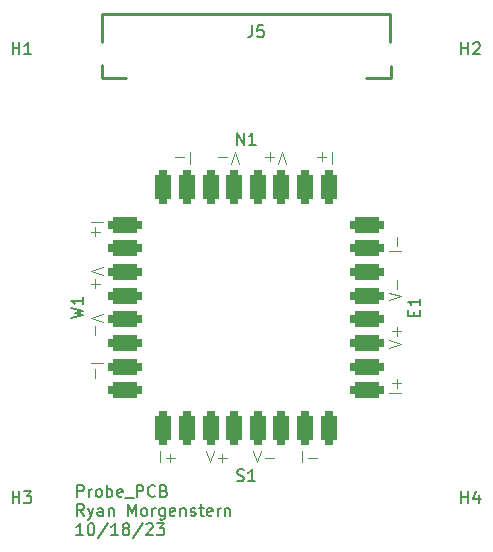
<source format=gbr>
%TF.GenerationSoftware,KiCad,Pcbnew,7.0.2*%
%TF.CreationDate,2023-10-18T16:01:08-06:00*%
%TF.ProjectId,LED_Probe_PCB,4c45445f-5072-46f6-9265-5f5043422e6b,rev?*%
%TF.SameCoordinates,Original*%
%TF.FileFunction,Legend,Top*%
%TF.FilePolarity,Positive*%
%FSLAX46Y46*%
G04 Gerber Fmt 4.6, Leading zero omitted, Abs format (unit mm)*
G04 Created by KiCad (PCBNEW 7.0.2) date 2023-10-18 16:01:08*
%MOMM*%
%LPD*%
G01*
G04 APERTURE LIST*
G04 Aperture macros list*
%AMRoundRect*
0 Rectangle with rounded corners*
0 $1 Rounding radius*
0 $2 $3 $4 $5 $6 $7 $8 $9 X,Y pos of 4 corners*
0 Add a 4 corners polygon primitive as box body*
4,1,4,$2,$3,$4,$5,$6,$7,$8,$9,$2,$3,0*
0 Add four circle primitives for the rounded corners*
1,1,$1+$1,$2,$3*
1,1,$1+$1,$4,$5*
1,1,$1+$1,$6,$7*
1,1,$1+$1,$8,$9*
0 Add four rect primitives between the rounded corners*
20,1,$1+$1,$2,$3,$4,$5,0*
20,1,$1+$1,$4,$5,$6,$7,0*
20,1,$1+$1,$6,$7,$8,$9,0*
20,1,$1+$1,$8,$9,$2,$3,0*%
G04 Aperture macros list end*
%ADD10C,0.150000*%
%ADD11C,0.100000*%
%ADD12C,0.254000*%
%ADD13C,3.800000*%
%ADD14RoundRect,0.400000X-0.300000X-1.000000X0.300000X-1.000000X0.300000X1.000000X-0.300000X1.000000X0*%
%ADD15RoundRect,0.400000X1.000000X-0.300000X1.000000X0.300000X-1.000000X0.300000X-1.000000X-0.300000X0*%
%ADD16RoundRect,0.400000X-1.000000X0.300000X-1.000000X-0.300000X1.000000X-0.300000X1.000000X0.300000X0*%
%ADD17RoundRect,0.400000X0.300000X1.000000X-0.300000X1.000000X-0.300000X-1.000000X0.300000X-1.000000X0*%
%ADD18R,0.300000X1.300000*%
%ADD19R,2.000000X1.600000*%
G04 APERTURE END LIST*
D10*
X-14311904Y-16037619D02*
X-14311904Y-15037619D01*
X-14311904Y-15037619D02*
X-13930952Y-15037619D01*
X-13930952Y-15037619D02*
X-13835714Y-15085238D01*
X-13835714Y-15085238D02*
X-13788095Y-15132857D01*
X-13788095Y-15132857D02*
X-13740476Y-15228095D01*
X-13740476Y-15228095D02*
X-13740476Y-15370952D01*
X-13740476Y-15370952D02*
X-13788095Y-15466190D01*
X-13788095Y-15466190D02*
X-13835714Y-15513809D01*
X-13835714Y-15513809D02*
X-13930952Y-15561428D01*
X-13930952Y-15561428D02*
X-14311904Y-15561428D01*
X-13311904Y-16037619D02*
X-13311904Y-15370952D01*
X-13311904Y-15561428D02*
X-13264285Y-15466190D01*
X-13264285Y-15466190D02*
X-13216666Y-15418571D01*
X-13216666Y-15418571D02*
X-13121428Y-15370952D01*
X-13121428Y-15370952D02*
X-13026190Y-15370952D01*
X-12549999Y-16037619D02*
X-12645237Y-15990000D01*
X-12645237Y-15990000D02*
X-12692856Y-15942380D01*
X-12692856Y-15942380D02*
X-12740475Y-15847142D01*
X-12740475Y-15847142D02*
X-12740475Y-15561428D01*
X-12740475Y-15561428D02*
X-12692856Y-15466190D01*
X-12692856Y-15466190D02*
X-12645237Y-15418571D01*
X-12645237Y-15418571D02*
X-12549999Y-15370952D01*
X-12549999Y-15370952D02*
X-12407142Y-15370952D01*
X-12407142Y-15370952D02*
X-12311904Y-15418571D01*
X-12311904Y-15418571D02*
X-12264285Y-15466190D01*
X-12264285Y-15466190D02*
X-12216666Y-15561428D01*
X-12216666Y-15561428D02*
X-12216666Y-15847142D01*
X-12216666Y-15847142D02*
X-12264285Y-15942380D01*
X-12264285Y-15942380D02*
X-12311904Y-15990000D01*
X-12311904Y-15990000D02*
X-12407142Y-16037619D01*
X-12407142Y-16037619D02*
X-12549999Y-16037619D01*
X-11788094Y-16037619D02*
X-11788094Y-15037619D01*
X-11788094Y-15418571D02*
X-11692856Y-15370952D01*
X-11692856Y-15370952D02*
X-11502380Y-15370952D01*
X-11502380Y-15370952D02*
X-11407142Y-15418571D01*
X-11407142Y-15418571D02*
X-11359523Y-15466190D01*
X-11359523Y-15466190D02*
X-11311904Y-15561428D01*
X-11311904Y-15561428D02*
X-11311904Y-15847142D01*
X-11311904Y-15847142D02*
X-11359523Y-15942380D01*
X-11359523Y-15942380D02*
X-11407142Y-15990000D01*
X-11407142Y-15990000D02*
X-11502380Y-16037619D01*
X-11502380Y-16037619D02*
X-11692856Y-16037619D01*
X-11692856Y-16037619D02*
X-11788094Y-15990000D01*
X-10502380Y-15990000D02*
X-10597618Y-16037619D01*
X-10597618Y-16037619D02*
X-10788094Y-16037619D01*
X-10788094Y-16037619D02*
X-10883332Y-15990000D01*
X-10883332Y-15990000D02*
X-10930951Y-15894761D01*
X-10930951Y-15894761D02*
X-10930951Y-15513809D01*
X-10930951Y-15513809D02*
X-10883332Y-15418571D01*
X-10883332Y-15418571D02*
X-10788094Y-15370952D01*
X-10788094Y-15370952D02*
X-10597618Y-15370952D01*
X-10597618Y-15370952D02*
X-10502380Y-15418571D01*
X-10502380Y-15418571D02*
X-10454761Y-15513809D01*
X-10454761Y-15513809D02*
X-10454761Y-15609047D01*
X-10454761Y-15609047D02*
X-10930951Y-15704285D01*
X-10264285Y-16132857D02*
X-9502380Y-16132857D01*
X-9264284Y-16037619D02*
X-9264284Y-15037619D01*
X-9264284Y-15037619D02*
X-8883332Y-15037619D01*
X-8883332Y-15037619D02*
X-8788094Y-15085238D01*
X-8788094Y-15085238D02*
X-8740475Y-15132857D01*
X-8740475Y-15132857D02*
X-8692856Y-15228095D01*
X-8692856Y-15228095D02*
X-8692856Y-15370952D01*
X-8692856Y-15370952D02*
X-8740475Y-15466190D01*
X-8740475Y-15466190D02*
X-8788094Y-15513809D01*
X-8788094Y-15513809D02*
X-8883332Y-15561428D01*
X-8883332Y-15561428D02*
X-9264284Y-15561428D01*
X-7692856Y-15942380D02*
X-7740475Y-15990000D01*
X-7740475Y-15990000D02*
X-7883332Y-16037619D01*
X-7883332Y-16037619D02*
X-7978570Y-16037619D01*
X-7978570Y-16037619D02*
X-8121427Y-15990000D01*
X-8121427Y-15990000D02*
X-8216665Y-15894761D01*
X-8216665Y-15894761D02*
X-8264284Y-15799523D01*
X-8264284Y-15799523D02*
X-8311903Y-15609047D01*
X-8311903Y-15609047D02*
X-8311903Y-15466190D01*
X-8311903Y-15466190D02*
X-8264284Y-15275714D01*
X-8264284Y-15275714D02*
X-8216665Y-15180476D01*
X-8216665Y-15180476D02*
X-8121427Y-15085238D01*
X-8121427Y-15085238D02*
X-7978570Y-15037619D01*
X-7978570Y-15037619D02*
X-7883332Y-15037619D01*
X-7883332Y-15037619D02*
X-7740475Y-15085238D01*
X-7740475Y-15085238D02*
X-7692856Y-15132857D01*
X-6930951Y-15513809D02*
X-6788094Y-15561428D01*
X-6788094Y-15561428D02*
X-6740475Y-15609047D01*
X-6740475Y-15609047D02*
X-6692856Y-15704285D01*
X-6692856Y-15704285D02*
X-6692856Y-15847142D01*
X-6692856Y-15847142D02*
X-6740475Y-15942380D01*
X-6740475Y-15942380D02*
X-6788094Y-15990000D01*
X-6788094Y-15990000D02*
X-6883332Y-16037619D01*
X-6883332Y-16037619D02*
X-7264284Y-16037619D01*
X-7264284Y-16037619D02*
X-7264284Y-15037619D01*
X-7264284Y-15037619D02*
X-6930951Y-15037619D01*
X-6930951Y-15037619D02*
X-6835713Y-15085238D01*
X-6835713Y-15085238D02*
X-6788094Y-15132857D01*
X-6788094Y-15132857D02*
X-6740475Y-15228095D01*
X-6740475Y-15228095D02*
X-6740475Y-15323333D01*
X-6740475Y-15323333D02*
X-6788094Y-15418571D01*
X-6788094Y-15418571D02*
X-6835713Y-15466190D01*
X-6835713Y-15466190D02*
X-6930951Y-15513809D01*
X-6930951Y-15513809D02*
X-7264284Y-15513809D01*
X-13740476Y-17657619D02*
X-14073809Y-17181428D01*
X-14311904Y-17657619D02*
X-14311904Y-16657619D01*
X-14311904Y-16657619D02*
X-13930952Y-16657619D01*
X-13930952Y-16657619D02*
X-13835714Y-16705238D01*
X-13835714Y-16705238D02*
X-13788095Y-16752857D01*
X-13788095Y-16752857D02*
X-13740476Y-16848095D01*
X-13740476Y-16848095D02*
X-13740476Y-16990952D01*
X-13740476Y-16990952D02*
X-13788095Y-17086190D01*
X-13788095Y-17086190D02*
X-13835714Y-17133809D01*
X-13835714Y-17133809D02*
X-13930952Y-17181428D01*
X-13930952Y-17181428D02*
X-14311904Y-17181428D01*
X-13407142Y-16990952D02*
X-13169047Y-17657619D01*
X-12930952Y-16990952D02*
X-13169047Y-17657619D01*
X-13169047Y-17657619D02*
X-13264285Y-17895714D01*
X-13264285Y-17895714D02*
X-13311904Y-17943333D01*
X-13311904Y-17943333D02*
X-13407142Y-17990952D01*
X-12121428Y-17657619D02*
X-12121428Y-17133809D01*
X-12121428Y-17133809D02*
X-12169047Y-17038571D01*
X-12169047Y-17038571D02*
X-12264285Y-16990952D01*
X-12264285Y-16990952D02*
X-12454761Y-16990952D01*
X-12454761Y-16990952D02*
X-12549999Y-17038571D01*
X-12121428Y-17610000D02*
X-12216666Y-17657619D01*
X-12216666Y-17657619D02*
X-12454761Y-17657619D01*
X-12454761Y-17657619D02*
X-12549999Y-17610000D01*
X-12549999Y-17610000D02*
X-12597618Y-17514761D01*
X-12597618Y-17514761D02*
X-12597618Y-17419523D01*
X-12597618Y-17419523D02*
X-12549999Y-17324285D01*
X-12549999Y-17324285D02*
X-12454761Y-17276666D01*
X-12454761Y-17276666D02*
X-12216666Y-17276666D01*
X-12216666Y-17276666D02*
X-12121428Y-17229047D01*
X-11645237Y-16990952D02*
X-11645237Y-17657619D01*
X-11645237Y-17086190D02*
X-11597618Y-17038571D01*
X-11597618Y-17038571D02*
X-11502380Y-16990952D01*
X-11502380Y-16990952D02*
X-11359523Y-16990952D01*
X-11359523Y-16990952D02*
X-11264285Y-17038571D01*
X-11264285Y-17038571D02*
X-11216666Y-17133809D01*
X-11216666Y-17133809D02*
X-11216666Y-17657619D01*
X-9978570Y-17657619D02*
X-9978570Y-16657619D01*
X-9978570Y-16657619D02*
X-9645237Y-17371904D01*
X-9645237Y-17371904D02*
X-9311904Y-16657619D01*
X-9311904Y-16657619D02*
X-9311904Y-17657619D01*
X-8692856Y-17657619D02*
X-8788094Y-17610000D01*
X-8788094Y-17610000D02*
X-8835713Y-17562380D01*
X-8835713Y-17562380D02*
X-8883332Y-17467142D01*
X-8883332Y-17467142D02*
X-8883332Y-17181428D01*
X-8883332Y-17181428D02*
X-8835713Y-17086190D01*
X-8835713Y-17086190D02*
X-8788094Y-17038571D01*
X-8788094Y-17038571D02*
X-8692856Y-16990952D01*
X-8692856Y-16990952D02*
X-8549999Y-16990952D01*
X-8549999Y-16990952D02*
X-8454761Y-17038571D01*
X-8454761Y-17038571D02*
X-8407142Y-17086190D01*
X-8407142Y-17086190D02*
X-8359523Y-17181428D01*
X-8359523Y-17181428D02*
X-8359523Y-17467142D01*
X-8359523Y-17467142D02*
X-8407142Y-17562380D01*
X-8407142Y-17562380D02*
X-8454761Y-17610000D01*
X-8454761Y-17610000D02*
X-8549999Y-17657619D01*
X-8549999Y-17657619D02*
X-8692856Y-17657619D01*
X-7930951Y-17657619D02*
X-7930951Y-16990952D01*
X-7930951Y-17181428D02*
X-7883332Y-17086190D01*
X-7883332Y-17086190D02*
X-7835713Y-17038571D01*
X-7835713Y-17038571D02*
X-7740475Y-16990952D01*
X-7740475Y-16990952D02*
X-7645237Y-16990952D01*
X-6883332Y-16990952D02*
X-6883332Y-17800476D01*
X-6883332Y-17800476D02*
X-6930951Y-17895714D01*
X-6930951Y-17895714D02*
X-6978570Y-17943333D01*
X-6978570Y-17943333D02*
X-7073808Y-17990952D01*
X-7073808Y-17990952D02*
X-7216665Y-17990952D01*
X-7216665Y-17990952D02*
X-7311903Y-17943333D01*
X-6883332Y-17610000D02*
X-6978570Y-17657619D01*
X-6978570Y-17657619D02*
X-7169046Y-17657619D01*
X-7169046Y-17657619D02*
X-7264284Y-17610000D01*
X-7264284Y-17610000D02*
X-7311903Y-17562380D01*
X-7311903Y-17562380D02*
X-7359522Y-17467142D01*
X-7359522Y-17467142D02*
X-7359522Y-17181428D01*
X-7359522Y-17181428D02*
X-7311903Y-17086190D01*
X-7311903Y-17086190D02*
X-7264284Y-17038571D01*
X-7264284Y-17038571D02*
X-7169046Y-16990952D01*
X-7169046Y-16990952D02*
X-6978570Y-16990952D01*
X-6978570Y-16990952D02*
X-6883332Y-17038571D01*
X-6026189Y-17610000D02*
X-6121427Y-17657619D01*
X-6121427Y-17657619D02*
X-6311903Y-17657619D01*
X-6311903Y-17657619D02*
X-6407141Y-17610000D01*
X-6407141Y-17610000D02*
X-6454760Y-17514761D01*
X-6454760Y-17514761D02*
X-6454760Y-17133809D01*
X-6454760Y-17133809D02*
X-6407141Y-17038571D01*
X-6407141Y-17038571D02*
X-6311903Y-16990952D01*
X-6311903Y-16990952D02*
X-6121427Y-16990952D01*
X-6121427Y-16990952D02*
X-6026189Y-17038571D01*
X-6026189Y-17038571D02*
X-5978570Y-17133809D01*
X-5978570Y-17133809D02*
X-5978570Y-17229047D01*
X-5978570Y-17229047D02*
X-6454760Y-17324285D01*
X-5549998Y-16990952D02*
X-5549998Y-17657619D01*
X-5549998Y-17086190D02*
X-5502379Y-17038571D01*
X-5502379Y-17038571D02*
X-5407141Y-16990952D01*
X-5407141Y-16990952D02*
X-5264284Y-16990952D01*
X-5264284Y-16990952D02*
X-5169046Y-17038571D01*
X-5169046Y-17038571D02*
X-5121427Y-17133809D01*
X-5121427Y-17133809D02*
X-5121427Y-17657619D01*
X-4692855Y-17610000D02*
X-4597617Y-17657619D01*
X-4597617Y-17657619D02*
X-4407141Y-17657619D01*
X-4407141Y-17657619D02*
X-4311903Y-17610000D01*
X-4311903Y-17610000D02*
X-4264284Y-17514761D01*
X-4264284Y-17514761D02*
X-4264284Y-17467142D01*
X-4264284Y-17467142D02*
X-4311903Y-17371904D01*
X-4311903Y-17371904D02*
X-4407141Y-17324285D01*
X-4407141Y-17324285D02*
X-4549998Y-17324285D01*
X-4549998Y-17324285D02*
X-4645236Y-17276666D01*
X-4645236Y-17276666D02*
X-4692855Y-17181428D01*
X-4692855Y-17181428D02*
X-4692855Y-17133809D01*
X-4692855Y-17133809D02*
X-4645236Y-17038571D01*
X-4645236Y-17038571D02*
X-4549998Y-16990952D01*
X-4549998Y-16990952D02*
X-4407141Y-16990952D01*
X-4407141Y-16990952D02*
X-4311903Y-17038571D01*
X-3978569Y-16990952D02*
X-3597617Y-16990952D01*
X-3835712Y-16657619D02*
X-3835712Y-17514761D01*
X-3835712Y-17514761D02*
X-3788093Y-17610000D01*
X-3788093Y-17610000D02*
X-3692855Y-17657619D01*
X-3692855Y-17657619D02*
X-3597617Y-17657619D01*
X-2883331Y-17610000D02*
X-2978569Y-17657619D01*
X-2978569Y-17657619D02*
X-3169045Y-17657619D01*
X-3169045Y-17657619D02*
X-3264283Y-17610000D01*
X-3264283Y-17610000D02*
X-3311902Y-17514761D01*
X-3311902Y-17514761D02*
X-3311902Y-17133809D01*
X-3311902Y-17133809D02*
X-3264283Y-17038571D01*
X-3264283Y-17038571D02*
X-3169045Y-16990952D01*
X-3169045Y-16990952D02*
X-2978569Y-16990952D01*
X-2978569Y-16990952D02*
X-2883331Y-17038571D01*
X-2883331Y-17038571D02*
X-2835712Y-17133809D01*
X-2835712Y-17133809D02*
X-2835712Y-17229047D01*
X-2835712Y-17229047D02*
X-3311902Y-17324285D01*
X-2407140Y-17657619D02*
X-2407140Y-16990952D01*
X-2407140Y-17181428D02*
X-2359521Y-17086190D01*
X-2359521Y-17086190D02*
X-2311902Y-17038571D01*
X-2311902Y-17038571D02*
X-2216664Y-16990952D01*
X-2216664Y-16990952D02*
X-2121426Y-16990952D01*
X-1788092Y-16990952D02*
X-1788092Y-17657619D01*
X-1788092Y-17086190D02*
X-1740473Y-17038571D01*
X-1740473Y-17038571D02*
X-1645235Y-16990952D01*
X-1645235Y-16990952D02*
X-1502378Y-16990952D01*
X-1502378Y-16990952D02*
X-1407140Y-17038571D01*
X-1407140Y-17038571D02*
X-1359521Y-17133809D01*
X-1359521Y-17133809D02*
X-1359521Y-17657619D01*
X-13788095Y-19277619D02*
X-14359523Y-19277619D01*
X-14073809Y-19277619D02*
X-14073809Y-18277619D01*
X-14073809Y-18277619D02*
X-14169047Y-18420476D01*
X-14169047Y-18420476D02*
X-14264285Y-18515714D01*
X-14264285Y-18515714D02*
X-14359523Y-18563333D01*
X-13169047Y-18277619D02*
X-13073809Y-18277619D01*
X-13073809Y-18277619D02*
X-12978571Y-18325238D01*
X-12978571Y-18325238D02*
X-12930952Y-18372857D01*
X-12930952Y-18372857D02*
X-12883333Y-18468095D01*
X-12883333Y-18468095D02*
X-12835714Y-18658571D01*
X-12835714Y-18658571D02*
X-12835714Y-18896666D01*
X-12835714Y-18896666D02*
X-12883333Y-19087142D01*
X-12883333Y-19087142D02*
X-12930952Y-19182380D01*
X-12930952Y-19182380D02*
X-12978571Y-19230000D01*
X-12978571Y-19230000D02*
X-13073809Y-19277619D01*
X-13073809Y-19277619D02*
X-13169047Y-19277619D01*
X-13169047Y-19277619D02*
X-13264285Y-19230000D01*
X-13264285Y-19230000D02*
X-13311904Y-19182380D01*
X-13311904Y-19182380D02*
X-13359523Y-19087142D01*
X-13359523Y-19087142D02*
X-13407142Y-18896666D01*
X-13407142Y-18896666D02*
X-13407142Y-18658571D01*
X-13407142Y-18658571D02*
X-13359523Y-18468095D01*
X-13359523Y-18468095D02*
X-13311904Y-18372857D01*
X-13311904Y-18372857D02*
X-13264285Y-18325238D01*
X-13264285Y-18325238D02*
X-13169047Y-18277619D01*
X-11692857Y-18230000D02*
X-12549999Y-19515714D01*
X-10835714Y-19277619D02*
X-11407142Y-19277619D01*
X-11121428Y-19277619D02*
X-11121428Y-18277619D01*
X-11121428Y-18277619D02*
X-11216666Y-18420476D01*
X-11216666Y-18420476D02*
X-11311904Y-18515714D01*
X-11311904Y-18515714D02*
X-11407142Y-18563333D01*
X-10264285Y-18706190D02*
X-10359523Y-18658571D01*
X-10359523Y-18658571D02*
X-10407142Y-18610952D01*
X-10407142Y-18610952D02*
X-10454761Y-18515714D01*
X-10454761Y-18515714D02*
X-10454761Y-18468095D01*
X-10454761Y-18468095D02*
X-10407142Y-18372857D01*
X-10407142Y-18372857D02*
X-10359523Y-18325238D01*
X-10359523Y-18325238D02*
X-10264285Y-18277619D01*
X-10264285Y-18277619D02*
X-10073809Y-18277619D01*
X-10073809Y-18277619D02*
X-9978571Y-18325238D01*
X-9978571Y-18325238D02*
X-9930952Y-18372857D01*
X-9930952Y-18372857D02*
X-9883333Y-18468095D01*
X-9883333Y-18468095D02*
X-9883333Y-18515714D01*
X-9883333Y-18515714D02*
X-9930952Y-18610952D01*
X-9930952Y-18610952D02*
X-9978571Y-18658571D01*
X-9978571Y-18658571D02*
X-10073809Y-18706190D01*
X-10073809Y-18706190D02*
X-10264285Y-18706190D01*
X-10264285Y-18706190D02*
X-10359523Y-18753809D01*
X-10359523Y-18753809D02*
X-10407142Y-18801428D01*
X-10407142Y-18801428D02*
X-10454761Y-18896666D01*
X-10454761Y-18896666D02*
X-10454761Y-19087142D01*
X-10454761Y-19087142D02*
X-10407142Y-19182380D01*
X-10407142Y-19182380D02*
X-10359523Y-19230000D01*
X-10359523Y-19230000D02*
X-10264285Y-19277619D01*
X-10264285Y-19277619D02*
X-10073809Y-19277619D01*
X-10073809Y-19277619D02*
X-9978571Y-19230000D01*
X-9978571Y-19230000D02*
X-9930952Y-19182380D01*
X-9930952Y-19182380D02*
X-9883333Y-19087142D01*
X-9883333Y-19087142D02*
X-9883333Y-18896666D01*
X-9883333Y-18896666D02*
X-9930952Y-18801428D01*
X-9930952Y-18801428D02*
X-9978571Y-18753809D01*
X-9978571Y-18753809D02*
X-10073809Y-18706190D01*
X-8740476Y-18230000D02*
X-9597618Y-19515714D01*
X-8454761Y-18372857D02*
X-8407142Y-18325238D01*
X-8407142Y-18325238D02*
X-8311904Y-18277619D01*
X-8311904Y-18277619D02*
X-8073809Y-18277619D01*
X-8073809Y-18277619D02*
X-7978571Y-18325238D01*
X-7978571Y-18325238D02*
X-7930952Y-18372857D01*
X-7930952Y-18372857D02*
X-7883333Y-18468095D01*
X-7883333Y-18468095D02*
X-7883333Y-18563333D01*
X-7883333Y-18563333D02*
X-7930952Y-18706190D01*
X-7930952Y-18706190D02*
X-8502380Y-19277619D01*
X-8502380Y-19277619D02*
X-7883333Y-19277619D01*
X-7549999Y-18277619D02*
X-6930952Y-18277619D01*
X-6930952Y-18277619D02*
X-7264285Y-18658571D01*
X-7264285Y-18658571D02*
X-7121428Y-18658571D01*
X-7121428Y-18658571D02*
X-7026190Y-18706190D01*
X-7026190Y-18706190D02*
X-6978571Y-18753809D01*
X-6978571Y-18753809D02*
X-6930952Y-18849047D01*
X-6930952Y-18849047D02*
X-6930952Y-19087142D01*
X-6930952Y-19087142D02*
X-6978571Y-19182380D01*
X-6978571Y-19182380D02*
X-7026190Y-19230000D01*
X-7026190Y-19230000D02*
X-7121428Y-19277619D01*
X-7121428Y-19277619D02*
X-7407142Y-19277619D01*
X-7407142Y-19277619D02*
X-7502380Y-19230000D01*
X-7502380Y-19230000D02*
X-7549999Y-19182380D01*
%TO.C,H2*%
X18238095Y21437380D02*
X18238095Y22437380D01*
X18238095Y21961190D02*
X18809523Y21961190D01*
X18809523Y21437380D02*
X18809523Y22437380D01*
X19238095Y22342142D02*
X19285714Y22389761D01*
X19285714Y22389761D02*
X19380952Y22437380D01*
X19380952Y22437380D02*
X19619047Y22437380D01*
X19619047Y22437380D02*
X19714285Y22389761D01*
X19714285Y22389761D02*
X19761904Y22342142D01*
X19761904Y22342142D02*
X19809523Y22246904D01*
X19809523Y22246904D02*
X19809523Y22151666D01*
X19809523Y22151666D02*
X19761904Y22008809D01*
X19761904Y22008809D02*
X19190476Y21437380D01*
X19190476Y21437380D02*
X19809523Y21437380D01*
%TO.C,S1*%
X-761904Y-14665000D02*
X-619047Y-14712619D01*
X-619047Y-14712619D02*
X-380952Y-14712619D01*
X-380952Y-14712619D02*
X-285714Y-14665000D01*
X-285714Y-14665000D02*
X-238095Y-14617380D01*
X-238095Y-14617380D02*
X-190476Y-14522142D01*
X-190476Y-14522142D02*
X-190476Y-14426904D01*
X-190476Y-14426904D02*
X-238095Y-14331666D01*
X-238095Y-14331666D02*
X-285714Y-14284047D01*
X-285714Y-14284047D02*
X-380952Y-14236428D01*
X-380952Y-14236428D02*
X-571428Y-14188809D01*
X-571428Y-14188809D02*
X-666666Y-14141190D01*
X-666666Y-14141190D02*
X-714285Y-14093571D01*
X-714285Y-14093571D02*
X-761904Y-13998333D01*
X-761904Y-13998333D02*
X-761904Y-13903095D01*
X-761904Y-13903095D02*
X-714285Y-13807857D01*
X-714285Y-13807857D02*
X-666666Y-13760238D01*
X-666666Y-13760238D02*
X-571428Y-13712619D01*
X-571428Y-13712619D02*
X-333333Y-13712619D01*
X-333333Y-13712619D02*
X-190476Y-13760238D01*
X761904Y-14712619D02*
X190476Y-14712619D01*
X476190Y-14712619D02*
X476190Y-13712619D01*
X476190Y-13712619D02*
X380952Y-13855476D01*
X380952Y-13855476D02*
X285714Y-13950714D01*
X285714Y-13950714D02*
X190476Y-13998333D01*
D11*
X-3404761Y-12127619D02*
X-3071428Y-13127619D01*
X-3071428Y-13127619D02*
X-2738095Y-12127619D01*
X-2404761Y-12746666D02*
X-1642857Y-12746666D01*
X-2023809Y-13127619D02*
X-2023809Y-12365714D01*
X4738095Y-13127619D02*
X4738095Y-12127619D01*
X5214285Y-12746666D02*
X5976190Y-12746666D01*
X-7261904Y-13127619D02*
X-7261904Y-12127619D01*
X-6785714Y-12746666D02*
X-6023810Y-12746666D01*
X-6404762Y-13127619D02*
X-6404762Y-12365714D01*
X595238Y-12127619D02*
X928571Y-13127619D01*
X928571Y-13127619D02*
X1261904Y-12127619D01*
X1595238Y-12746666D02*
X2357143Y-12746666D01*
D10*
%TO.C,E1*%
X14188809Y-690475D02*
X14188809Y-357142D01*
X14712619Y-214285D02*
X14712619Y-690475D01*
X14712619Y-690475D02*
X13712619Y-690475D01*
X13712619Y-690475D02*
X13712619Y-214285D01*
X14712619Y738095D02*
X14712619Y166667D01*
X14712619Y452381D02*
X13712619Y452381D01*
X13712619Y452381D02*
X13855476Y357143D01*
X13855476Y357143D02*
X13950714Y261905D01*
X13950714Y261905D02*
X13998333Y166667D01*
D11*
X13127619Y4738095D02*
X12127619Y4738095D01*
X12746666Y5214285D02*
X12746666Y5976190D01*
X12127619Y595238D02*
X13127619Y928571D01*
X13127619Y928571D02*
X12127619Y1261904D01*
X12746666Y1595238D02*
X12746666Y2357143D01*
X12127619Y-3404761D02*
X13127619Y-3071428D01*
X13127619Y-3071428D02*
X12127619Y-2738095D01*
X12746666Y-2404761D02*
X12746666Y-1642857D01*
X13127619Y-2023809D02*
X12365714Y-2023809D01*
X13127619Y-7261904D02*
X12127619Y-7261904D01*
X12746666Y-6785714D02*
X12746666Y-6023810D01*
X13127619Y-6404762D02*
X12365714Y-6404762D01*
D10*
%TO.C,W1*%
X-14787380Y-904761D02*
X-13787380Y-666666D01*
X-13787380Y-666666D02*
X-14501666Y-476190D01*
X-14501666Y-476190D02*
X-13787380Y-285714D01*
X-13787380Y-285714D02*
X-14787380Y-47619D01*
X-13787380Y857142D02*
X-13787380Y285714D01*
X-13787380Y571428D02*
X-14787380Y571428D01*
X-14787380Y571428D02*
X-14644523Y476190D01*
X-14644523Y476190D02*
X-14549285Y380952D01*
X-14549285Y380952D02*
X-14501666Y285714D01*
D11*
X-12127619Y3404761D02*
X-13127619Y3071428D01*
X-13127619Y3071428D02*
X-12127619Y2738095D01*
X-12746666Y2404761D02*
X-12746666Y1642857D01*
X-13127619Y2023809D02*
X-12365714Y2023809D01*
X-12127619Y-595238D02*
X-13127619Y-928571D01*
X-13127619Y-928571D02*
X-12127619Y-1261904D01*
X-12746666Y-1595238D02*
X-12746666Y-2357143D01*
X-13127619Y7261904D02*
X-12127619Y7261904D01*
X-12746666Y6785714D02*
X-12746666Y6023810D01*
X-13127619Y6404762D02*
X-12365714Y6404762D01*
X-13127619Y-4738095D02*
X-12127619Y-4738095D01*
X-12746666Y-5214285D02*
X-12746666Y-5976190D01*
D10*
%TO.C,N1*%
X-761904Y13787380D02*
X-761904Y14787380D01*
X-761904Y14787380D02*
X-190476Y13787380D01*
X-190476Y13787380D02*
X-190476Y14787380D01*
X809523Y13787380D02*
X238095Y13787380D01*
X523809Y13787380D02*
X523809Y14787380D01*
X523809Y14787380D02*
X428571Y14644523D01*
X428571Y14644523D02*
X333333Y14549285D01*
X333333Y14549285D02*
X238095Y14501666D01*
D11*
X7261904Y13127619D02*
X7261904Y12127619D01*
X6785714Y12746666D02*
X6023810Y12746666D01*
X6404762Y13127619D02*
X6404762Y12365714D01*
X-4738095Y13127619D02*
X-4738095Y12127619D01*
X-5214285Y12746666D02*
X-5976190Y12746666D01*
X3404761Y12127619D02*
X3071428Y13127619D01*
X3071428Y13127619D02*
X2738095Y12127619D01*
X2404761Y12746666D02*
X1642857Y12746666D01*
X2023809Y13127619D02*
X2023809Y12365714D01*
X-595238Y12127619D02*
X-928571Y13127619D01*
X-928571Y13127619D02*
X-1261904Y12127619D01*
X-1595238Y12746666D02*
X-2357143Y12746666D01*
D10*
%TO.C,H4*%
X18238095Y-16562619D02*
X18238095Y-15562619D01*
X18238095Y-16038809D02*
X18809523Y-16038809D01*
X18809523Y-16562619D02*
X18809523Y-15562619D01*
X19714285Y-15895952D02*
X19714285Y-16562619D01*
X19476190Y-15515000D02*
X19238095Y-16229285D01*
X19238095Y-16229285D02*
X19857142Y-16229285D01*
%TO.C,H3*%
X-19761904Y-16562619D02*
X-19761904Y-15562619D01*
X-19761904Y-16038809D02*
X-19190476Y-16038809D01*
X-19190476Y-16562619D02*
X-19190476Y-15562619D01*
X-18809523Y-15562619D02*
X-18190476Y-15562619D01*
X-18190476Y-15562619D02*
X-18523809Y-15943571D01*
X-18523809Y-15943571D02*
X-18380952Y-15943571D01*
X-18380952Y-15943571D02*
X-18285714Y-15991190D01*
X-18285714Y-15991190D02*
X-18238095Y-16038809D01*
X-18238095Y-16038809D02*
X-18190476Y-16134047D01*
X-18190476Y-16134047D02*
X-18190476Y-16372142D01*
X-18190476Y-16372142D02*
X-18238095Y-16467380D01*
X-18238095Y-16467380D02*
X-18285714Y-16515000D01*
X-18285714Y-16515000D02*
X-18380952Y-16562619D01*
X-18380952Y-16562619D02*
X-18666666Y-16562619D01*
X-18666666Y-16562619D02*
X-18761904Y-16515000D01*
X-18761904Y-16515000D02*
X-18809523Y-16467380D01*
%TO.C,H1*%
X-19761904Y21437380D02*
X-19761904Y22437380D01*
X-19761904Y21961190D02*
X-19190476Y21961190D01*
X-19190476Y21437380D02*
X-19190476Y22437380D01*
X-18190476Y21437380D02*
X-18761904Y21437380D01*
X-18476190Y21437380D02*
X-18476190Y22437380D01*
X-18476190Y22437380D02*
X-18571428Y22294523D01*
X-18571428Y22294523D02*
X-18666666Y22199285D01*
X-18666666Y22199285D02*
X-18761904Y22151666D01*
%TO.C,J5*%
X513809Y23884380D02*
X513809Y23170095D01*
X513809Y23170095D02*
X466190Y23027238D01*
X466190Y23027238D02*
X370952Y22932000D01*
X370952Y22932000D02*
X228095Y22884380D01*
X228095Y22884380D02*
X132857Y22884380D01*
X1466190Y23884380D02*
X990000Y23884380D01*
X990000Y23884380D02*
X942381Y23408190D01*
X942381Y23408190D02*
X990000Y23455809D01*
X990000Y23455809D02*
X1085238Y23503428D01*
X1085238Y23503428D02*
X1323333Y23503428D01*
X1323333Y23503428D02*
X1418571Y23455809D01*
X1418571Y23455809D02*
X1466190Y23408190D01*
X1466190Y23408190D02*
X1513809Y23312952D01*
X1513809Y23312952D02*
X1513809Y23074857D01*
X1513809Y23074857D02*
X1466190Y22979619D01*
X1466190Y22979619D02*
X1418571Y22932000D01*
X1418571Y22932000D02*
X1323333Y22884380D01*
X1323333Y22884380D02*
X1085238Y22884380D01*
X1085238Y22884380D02*
X990000Y22932000D01*
X990000Y22932000D02*
X942381Y22979619D01*
D12*
X-12210000Y24840000D02*
X12190000Y24840000D01*
X-12210000Y22471000D02*
X-12210000Y24840000D01*
X-12210000Y19440000D02*
X-12210000Y20490000D01*
X-10136000Y19440000D02*
X-12210000Y19440000D01*
X12190000Y24840000D02*
X12190000Y22471000D01*
X12240000Y20409000D02*
X12240000Y19440000D01*
X12240000Y19440000D02*
X10116000Y19440000D01*
%TD*%
%LPC*%
D10*
X-8000000Y8000000D02*
X8000000Y8000000D01*
X8000000Y-8000000D01*
X-8000000Y-8000000D01*
X-8000000Y8000000D01*
G36*
X-8000000Y8000000D02*
G01*
X8000000Y8000000D01*
X8000000Y-8000000D01*
X-8000000Y-8000000D01*
X-8000000Y8000000D01*
G37*
D13*
%TO.C,H2*%
X19000000Y19000000D03*
%TD*%
D14*
%TO.C,S1*%
X-7000000Y-10214500D03*
X-5000000Y-10214500D03*
X-3000000Y-10214500D03*
X-1000000Y-10214500D03*
X1000000Y-10214500D03*
X3000000Y-10214500D03*
X5000000Y-10214500D03*
X7000000Y-10214500D03*
%TD*%
D15*
%TO.C,E1*%
X10214500Y-7000000D03*
X10214500Y-5000000D03*
X10214500Y-3000000D03*
X10214500Y-1000000D03*
X10214500Y1000000D03*
X10214500Y3000000D03*
X10214500Y5000000D03*
X10214500Y7000000D03*
%TD*%
D16*
%TO.C,W1*%
X-10214500Y7000000D03*
X-10214500Y5000000D03*
X-10214500Y3000000D03*
X-10214500Y1000000D03*
X-10214500Y-1000000D03*
X-10214500Y-3000000D03*
X-10214500Y-5000000D03*
X-10214500Y-7000000D03*
%TD*%
D17*
%TO.C,N1*%
X7000000Y10214500D03*
X5000000Y10214500D03*
X3000000Y10214500D03*
X1000000Y10214500D03*
X-1000000Y10214500D03*
X-3000000Y10214500D03*
X-5000000Y10214500D03*
X-7000000Y10214500D03*
%TD*%
D13*
%TO.C,H4*%
X19000000Y-19000000D03*
%TD*%
%TO.C,H3*%
X-19000000Y-19000000D03*
%TD*%
%TO.C,H1*%
X-19000000Y19000000D03*
%TD*%
D18*
%TO.C,J5*%
X9740000Y18840000D03*
X9240000Y18840000D03*
X8740000Y18840000D03*
X8240000Y18840000D03*
X7740000Y18840000D03*
X7240000Y18840000D03*
X6740000Y18840000D03*
X6240000Y18840000D03*
X5740000Y18840000D03*
X5240000Y18840000D03*
X4740000Y18840000D03*
X4240000Y18840000D03*
X3740000Y18840000D03*
X3240000Y18840000D03*
X2740000Y18840000D03*
X2240000Y18840000D03*
X1740000Y18840000D03*
X1240000Y18840000D03*
X740000Y18840000D03*
X240000Y18840000D03*
X-260000Y18840000D03*
X-760000Y18840000D03*
X-1260000Y18840000D03*
X-1760000Y18840000D03*
X-2260000Y18840000D03*
X-2760000Y18840000D03*
X-3260000Y18840000D03*
X-3760000Y18840000D03*
X-4260000Y18840000D03*
X-4760000Y18840000D03*
X-5260000Y18840000D03*
X-5760000Y18840000D03*
X-6260000Y18840000D03*
X-6760000Y18840000D03*
X-7260000Y18840000D03*
X-7760000Y18840000D03*
X-8260000Y18840000D03*
X-8760000Y18840000D03*
X-9260000Y18840000D03*
X-9760000Y18840000D03*
D19*
X-11460000Y21440000D03*
X11440000Y21440000D03*
%TD*%
%LPD*%
M02*

</source>
